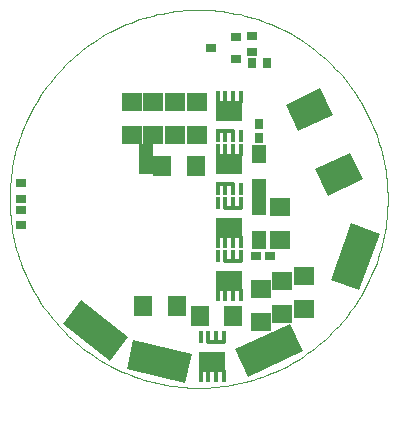
<source format=gtp>
G75*
%MOIN*%
%OFA0B0*%
%FSLAX25Y25*%
%IPPOS*%
%LPD*%
%AMOC8*
5,1,8,0,0,1.08239X$1,22.5*
%
%ADD10C,0.00004*%
%ADD11R,0.01378X0.03937*%
%ADD12R,0.06496X0.01575*%
%ADD13R,0.09055X0.07087*%
%ADD14R,0.06299X0.07098*%
%ADD15R,0.04724X0.05906*%
%ADD16R,0.07087X0.06299*%
%ADD17R,0.06299X0.07087*%
%ADD18R,0.02913X0.03642*%
%ADD19R,0.03642X0.02913*%
%ADD20R,0.09843X0.12795*%
%ADD21R,0.03543X0.02756*%
%ADD22R,0.03543X0.03150*%
%ADD23R,0.02756X0.03543*%
%ADD24R,0.10000X0.20000*%
%ADD25R,0.05000X0.10000*%
D10*
X0003244Y0070252D02*
X0003263Y0071798D01*
X0003320Y0073343D01*
X0003415Y0074886D01*
X0003547Y0076426D01*
X0003718Y0077963D01*
X0003926Y0079495D01*
X0004171Y0081021D01*
X0004454Y0082541D01*
X0004775Y0084054D01*
X0005132Y0085558D01*
X0005526Y0087053D01*
X0005956Y0088538D01*
X0006423Y0090011D01*
X0006926Y0091473D01*
X0007465Y0092923D01*
X0008039Y0094358D01*
X0008648Y0095779D01*
X0009292Y0097185D01*
X0009970Y0098574D01*
X0010682Y0099946D01*
X0011427Y0101301D01*
X0012206Y0102636D01*
X0013017Y0103953D01*
X0013860Y0105248D01*
X0014735Y0106523D01*
X0015640Y0107776D01*
X0016576Y0109007D01*
X0017543Y0110214D01*
X0018538Y0111397D01*
X0019562Y0112555D01*
X0020614Y0113688D01*
X0021694Y0114794D01*
X0022800Y0115874D01*
X0023933Y0116926D01*
X0025091Y0117950D01*
X0026274Y0118945D01*
X0027481Y0119912D01*
X0028712Y0120848D01*
X0029965Y0121753D01*
X0031240Y0122628D01*
X0032535Y0123471D01*
X0033852Y0124282D01*
X0035187Y0125061D01*
X0036542Y0125806D01*
X0037914Y0126518D01*
X0039303Y0127196D01*
X0040709Y0127840D01*
X0042130Y0128449D01*
X0043565Y0129023D01*
X0045015Y0129562D01*
X0046477Y0130065D01*
X0047950Y0130532D01*
X0049435Y0130962D01*
X0050930Y0131356D01*
X0052434Y0131713D01*
X0053947Y0132034D01*
X0055467Y0132317D01*
X0056993Y0132562D01*
X0058525Y0132770D01*
X0060062Y0132941D01*
X0061602Y0133073D01*
X0063145Y0133168D01*
X0064690Y0133225D01*
X0066236Y0133244D01*
X0067782Y0133225D01*
X0069327Y0133168D01*
X0070870Y0133073D01*
X0072410Y0132941D01*
X0073947Y0132770D01*
X0075479Y0132562D01*
X0077005Y0132317D01*
X0078525Y0132034D01*
X0080038Y0131713D01*
X0081542Y0131356D01*
X0083037Y0130962D01*
X0084522Y0130532D01*
X0085995Y0130065D01*
X0087457Y0129562D01*
X0088907Y0129023D01*
X0090342Y0128449D01*
X0091763Y0127840D01*
X0093169Y0127196D01*
X0094558Y0126518D01*
X0095930Y0125806D01*
X0097285Y0125061D01*
X0098620Y0124282D01*
X0099937Y0123471D01*
X0101232Y0122628D01*
X0102507Y0121753D01*
X0103760Y0120848D01*
X0104991Y0119912D01*
X0106198Y0118945D01*
X0107381Y0117950D01*
X0108539Y0116926D01*
X0109672Y0115874D01*
X0110778Y0114794D01*
X0111858Y0113688D01*
X0112910Y0112555D01*
X0113934Y0111397D01*
X0114929Y0110214D01*
X0115896Y0109007D01*
X0116832Y0107776D01*
X0117737Y0106523D01*
X0118612Y0105248D01*
X0119455Y0103953D01*
X0120266Y0102636D01*
X0121045Y0101301D01*
X0121790Y0099946D01*
X0122502Y0098574D01*
X0123180Y0097185D01*
X0123824Y0095779D01*
X0124433Y0094358D01*
X0125007Y0092923D01*
X0125546Y0091473D01*
X0126049Y0090011D01*
X0126516Y0088538D01*
X0126946Y0087053D01*
X0127340Y0085558D01*
X0127697Y0084054D01*
X0128018Y0082541D01*
X0128301Y0081021D01*
X0128546Y0079495D01*
X0128754Y0077963D01*
X0128925Y0076426D01*
X0129057Y0074886D01*
X0129152Y0073343D01*
X0129209Y0071798D01*
X0129228Y0070252D01*
X0129209Y0068706D01*
X0129152Y0067161D01*
X0129057Y0065618D01*
X0128925Y0064078D01*
X0128754Y0062541D01*
X0128546Y0061009D01*
X0128301Y0059483D01*
X0128018Y0057963D01*
X0127697Y0056450D01*
X0127340Y0054946D01*
X0126946Y0053451D01*
X0126516Y0051966D01*
X0126049Y0050493D01*
X0125546Y0049031D01*
X0125007Y0047581D01*
X0124433Y0046146D01*
X0123824Y0044725D01*
X0123180Y0043319D01*
X0122502Y0041930D01*
X0121790Y0040558D01*
X0121045Y0039203D01*
X0120266Y0037868D01*
X0119455Y0036551D01*
X0118612Y0035256D01*
X0117737Y0033981D01*
X0116832Y0032728D01*
X0115896Y0031497D01*
X0114929Y0030290D01*
X0113934Y0029107D01*
X0112910Y0027949D01*
X0111858Y0026816D01*
X0110778Y0025710D01*
X0109672Y0024630D01*
X0108539Y0023578D01*
X0107381Y0022554D01*
X0106198Y0021559D01*
X0104991Y0020592D01*
X0103760Y0019656D01*
X0102507Y0018751D01*
X0101232Y0017876D01*
X0099937Y0017033D01*
X0098620Y0016222D01*
X0097285Y0015443D01*
X0095930Y0014698D01*
X0094558Y0013986D01*
X0093169Y0013308D01*
X0091763Y0012664D01*
X0090342Y0012055D01*
X0088907Y0011481D01*
X0087457Y0010942D01*
X0085995Y0010439D01*
X0084522Y0009972D01*
X0083037Y0009542D01*
X0081542Y0009148D01*
X0080038Y0008791D01*
X0078525Y0008470D01*
X0077005Y0008187D01*
X0075479Y0007942D01*
X0073947Y0007734D01*
X0072410Y0007563D01*
X0070870Y0007431D01*
X0069327Y0007336D01*
X0067782Y0007279D01*
X0066236Y0007260D01*
X0064690Y0007279D01*
X0063145Y0007336D01*
X0061602Y0007431D01*
X0060062Y0007563D01*
X0058525Y0007734D01*
X0056993Y0007942D01*
X0055467Y0008187D01*
X0053947Y0008470D01*
X0052434Y0008791D01*
X0050930Y0009148D01*
X0049435Y0009542D01*
X0047950Y0009972D01*
X0046477Y0010439D01*
X0045015Y0010942D01*
X0043565Y0011481D01*
X0042130Y0012055D01*
X0040709Y0012664D01*
X0039303Y0013308D01*
X0037914Y0013986D01*
X0036542Y0014698D01*
X0035187Y0015443D01*
X0033852Y0016222D01*
X0032535Y0017033D01*
X0031240Y0017876D01*
X0029965Y0018751D01*
X0028712Y0019656D01*
X0027481Y0020592D01*
X0026274Y0021559D01*
X0025091Y0022554D01*
X0023933Y0023578D01*
X0022800Y0024630D01*
X0021694Y0025710D01*
X0020614Y0026816D01*
X0019562Y0027949D01*
X0018538Y0029107D01*
X0017543Y0030290D01*
X0016576Y0031497D01*
X0015640Y0032728D01*
X0014735Y0033981D01*
X0013860Y0035256D01*
X0013017Y0036551D01*
X0012206Y0037868D01*
X0011427Y0039203D01*
X0010682Y0040558D01*
X0009970Y0041930D01*
X0009292Y0043319D01*
X0008648Y0044725D01*
X0008039Y0046146D01*
X0007465Y0047581D01*
X0006926Y0049031D01*
X0006423Y0050493D01*
X0005956Y0051966D01*
X0005526Y0053451D01*
X0005132Y0054946D01*
X0004775Y0056450D01*
X0004454Y0057963D01*
X0004171Y0059483D01*
X0003926Y0061009D01*
X0003718Y0062541D01*
X0003547Y0064078D01*
X0003415Y0065618D01*
X0003320Y0067161D01*
X0003263Y0068706D01*
X0003244Y0070252D01*
D11*
X0066886Y0024091D03*
X0069445Y0024091D03*
X0072004Y0024091D03*
X0074563Y0024091D03*
X0074563Y0011098D03*
X0072004Y0011098D03*
X0069445Y0011098D03*
X0066886Y0011098D03*
X0072634Y0038087D03*
X0075193Y0038087D03*
X0077752Y0038087D03*
X0080311Y0038087D03*
X0080311Y0051079D03*
X0077752Y0051079D03*
X0075193Y0051079D03*
X0072634Y0051079D03*
X0072634Y0055803D03*
X0075193Y0055803D03*
X0077752Y0055803D03*
X0080311Y0055803D03*
X0080311Y0068795D03*
X0077752Y0068795D03*
X0075193Y0068795D03*
X0072634Y0068795D03*
X0072634Y0073520D03*
X0075193Y0073520D03*
X0077752Y0073520D03*
X0080311Y0073520D03*
X0080311Y0086512D03*
X0077752Y0086512D03*
X0075193Y0086512D03*
X0072634Y0086512D03*
X0072634Y0091236D03*
X0075193Y0091236D03*
X0077752Y0091236D03*
X0080311Y0091236D03*
X0080311Y0104228D03*
X0077752Y0104228D03*
X0075193Y0104228D03*
X0072634Y0104228D03*
D12*
X0075193Y0092811D03*
X0075193Y0075094D03*
X0077752Y0067220D03*
X0077752Y0049504D03*
X0072004Y0022516D03*
D13*
X0070724Y0015862D03*
X0076472Y0042850D03*
X0076472Y0060567D03*
X0076472Y0081748D03*
X0076472Y0099465D03*
D14*
X0065299Y0081197D03*
X0054102Y0081197D03*
X0059039Y0034543D03*
X0047843Y0034543D03*
D15*
X0086394Y0056591D03*
X0086394Y0068008D03*
X0086394Y0073835D03*
X0086394Y0085252D03*
D16*
X0093283Y0067673D03*
X0093283Y0056650D03*
X0094189Y0043008D03*
X0101512Y0044425D03*
X0101512Y0033402D03*
X0094189Y0031984D03*
X0086866Y0029150D03*
X0086866Y0040173D03*
X0065843Y0091512D03*
X0058520Y0091512D03*
X0051197Y0091512D03*
X0043874Y0091512D03*
X0043874Y0102535D03*
X0051197Y0102535D03*
X0058520Y0102535D03*
X0065843Y0102535D03*
D17*
X0066709Y0031354D03*
X0077732Y0031354D03*
D18*
X0086394Y0090646D03*
X0086394Y0095370D03*
D19*
X0085213Y0051197D03*
X0089937Y0051197D03*
D20*
G36*
X0116787Y0085649D02*
X0120947Y0076730D01*
X0109353Y0071323D01*
X0105193Y0080242D01*
X0116787Y0085649D01*
G37*
G36*
X0106804Y0107058D02*
X0110964Y0098139D01*
X0099370Y0092732D01*
X0095210Y0101651D01*
X0106804Y0107058D01*
G37*
D21*
X0084031Y0119268D03*
X0084031Y0124386D03*
X0007024Y0075488D03*
X0007024Y0070370D03*
X0007024Y0066512D03*
X0007024Y0061394D03*
D22*
X0070291Y0120606D03*
X0078559Y0116866D03*
X0078559Y0124346D03*
D23*
X0084071Y0115449D03*
X0089189Y0115449D03*
D24*
G36*
X0042857Y0024166D02*
X0036700Y0016286D01*
X0020941Y0028598D01*
X0027098Y0036478D01*
X0042857Y0024166D01*
G37*
G36*
X0063946Y0018647D02*
X0061696Y0008904D01*
X0042210Y0013403D01*
X0044460Y0023146D01*
X0063946Y0018647D01*
G37*
G36*
X0096650Y0028537D02*
X0100877Y0019475D01*
X0082752Y0011023D01*
X0078525Y0020085D01*
X0096650Y0028537D01*
G37*
G36*
X0117155Y0062066D02*
X0126551Y0058645D01*
X0119711Y0039852D01*
X0110315Y0043273D01*
X0117155Y0062066D01*
G37*
D25*
X0048598Y0083559D03*
M02*

</source>
